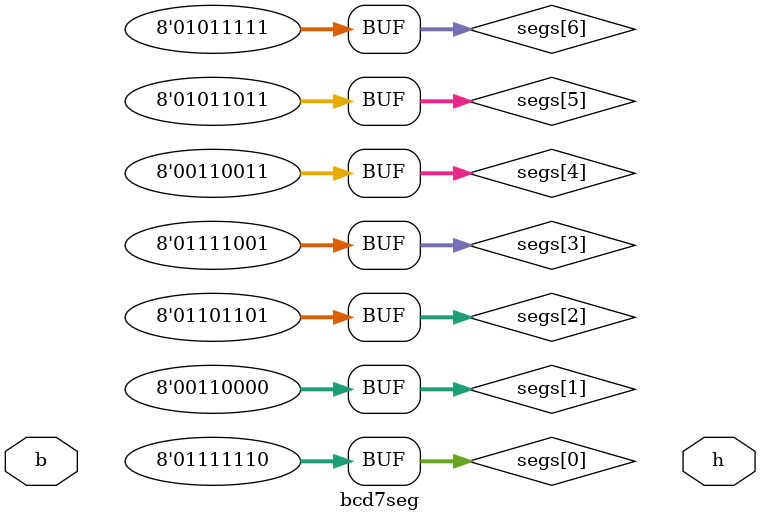
<source format=v>
module bcd7seg(
        input  [3:0] b,
        output reg [6:0] h
    );

    wire [7:0] segs [6:0];
    assign segs[0] = 8'b1111110;
    assign segs[1] = 8'b0110000;
    assign segs[2] = 8'b1101101;
    assign segs[3] = 8'b1111001;
    assign segs[4] = 8'b0110011;
    assign segs[5] = 8'b1011011;
    assign segs[6] = 8'b1011111;
    assign segs[7] = 8'b1110000;



endmodule

</source>
